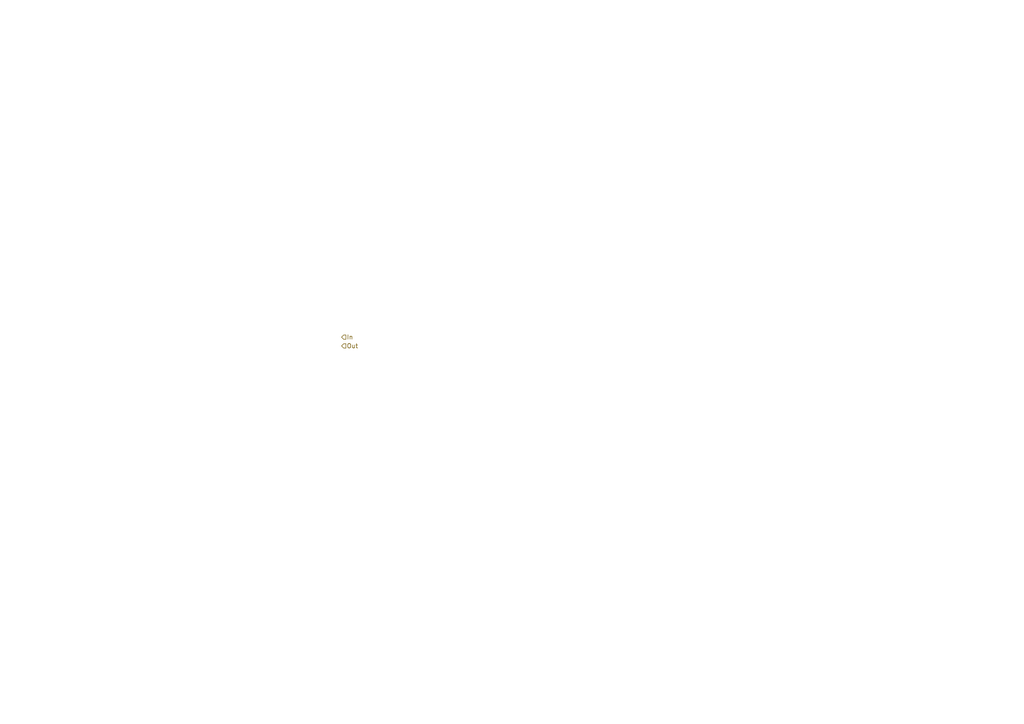
<source format=kicad_sch>
(kicad_sch (version 20211123) (generator eeschema)
  (paper "A4")
  (lib_symbols)
  (hierarchical_label "Out" (shape input) (at 99.06 100.33 0))
  (hierarchical_label "In" (shape input) (at 99.06 97.79 0))
)
</source>
